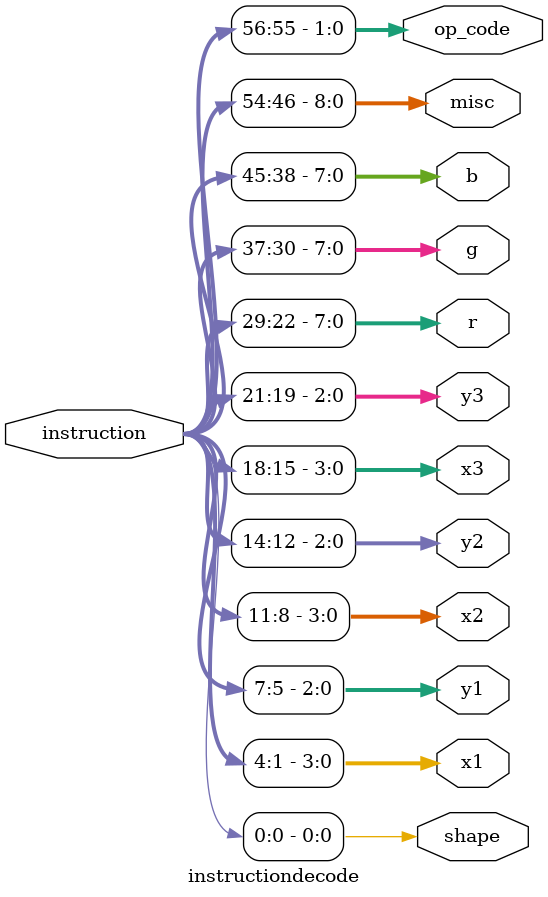
<source format=v>
/*
	Instruction decode module
	input: bit string instruction
	output: 
		square or triangle,
		x & y coordinates for pts. 1 - 3 (parameterized, but default 4 & 3 bits respectively),
		red value (8 bits),
		green value (8 bits),
		blue value (8 bits)	
*/ 


module instructiondecode
#(
	parameter width = 4,
	parameter height = 3,
	parameter misc_amt = 9, // there's usually an "amount" like # of degrees, pixel translation, etc.
	parameter op_size = 2
	
) (
	input [3*(width+height) + 25 + op_size + misc_amt - 1:0] instruction,
	
	output shape,

	output [width-1:0] x1,
	output [height-1:0] y1,

	output [width-1:0] x2,
	output [height-1:0] y2,	

	output [width-1:0] x3,
	output [height-1:0] y3,

	output [7:0] r,
	output [7:0] g,
	output [7:0] b,

	output [misc_amt - 1: 0] misc,

	output [op_size - 1: 0] op_code

	);
	
	// assign shape = instruction[4*(width+height) + 25 + op_bits - 1 : 4*(width+height) + 25 + op_bits - 2];
	assign shape = instruction[0];

	assign x1 = instruction[width : 1];
	assign y1 = instruction[width + height : width+1];

	assign x2 = instruction[height + 2*(width): width + height + 1];
	assign y2 = instruction[2 * (width + height): height + 2*(width) + 1];

	assign x3 = instruction[2 * (width + height) + width: 2 * (width + height) + 1];
	assign y3 = instruction[3 * (width + height): 2 * (width + height) + width + 1];

	assign r = instruction[3 * (width + height) + 8: 3 * (width + height) + 1];
	assign g = instruction[3 * (width + height) + 16: 3 * (width + height) + 8 + 1];
	assign b = instruction[3 * (width + height) + 24: 3 * (width + height) + 16 + 1];

	assign misc = instruction[3 * (width + height) + 24 + misc_amt : 3 * (width + height) + 24 + 1];

	assign op_code = instruction[3 * (width + height) + 24 + misc_amt + op_size: 3 * (width + height) + 24 + misc_amt + 1];


endmodule
</source>
